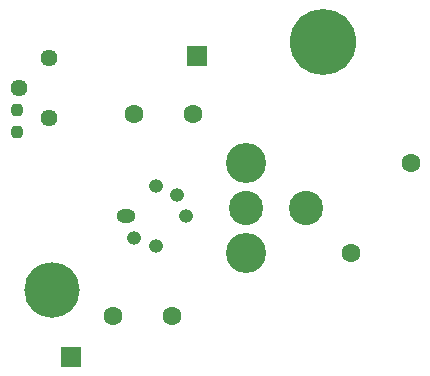
<source format=gbr>
%TF.GenerationSoftware,KiCad,Pcbnew,(6.0.4)*%
%TF.CreationDate,2022-05-05T09:19:18-04:00*%
%TF.ProjectId,preamp,70726561-6d70-42e6-9b69-6361645f7063,rev?*%
%TF.SameCoordinates,Original*%
%TF.FileFunction,Soldermask,Bot*%
%TF.FilePolarity,Negative*%
%FSLAX46Y46*%
G04 Gerber Fmt 4.6, Leading zero omitted, Abs format (unit mm)*
G04 Created by KiCad (PCBNEW (6.0.4)) date 2022-05-05 09:19:18*
%MOMM*%
%LPD*%
G01*
G04 APERTURE LIST*
G04 Aperture macros list*
%AMRoundRect*
0 Rectangle with rounded corners*
0 $1 Rounding radius*
0 $2 $3 $4 $5 $6 $7 $8 $9 X,Y pos of 4 corners*
0 Add a 4 corners polygon primitive as box body*
4,1,4,$2,$3,$4,$5,$6,$7,$8,$9,$2,$3,0*
0 Add four circle primitives for the rounded corners*
1,1,$1+$1,$2,$3*
1,1,$1+$1,$4,$5*
1,1,$1+$1,$6,$7*
1,1,$1+$1,$8,$9*
0 Add four rect primitives between the rounded corners*
20,1,$1+$1,$2,$3,$4,$5,0*
20,1,$1+$1,$4,$5,$6,$7,0*
20,1,$1+$1,$6,$7,$8,$9,0*
20,1,$1+$1,$8,$9,$2,$3,0*%
G04 Aperture macros list end*
%ADD10C,1.600000*%
%ADD11C,5.600000*%
%ADD12C,3.400000*%
%ADD13C,2.900000*%
%ADD14R,1.700000X1.700000*%
%ADD15O,1.600000X1.200000*%
%ADD16O,1.200000X1.200000*%
%ADD17C,4.700000*%
%ADD18C,1.440000*%
%ADD19RoundRect,0.237500X-0.237500X0.250000X-0.237500X-0.250000X0.237500X-0.250000X0.237500X0.250000X0*%
G04 APERTURE END LIST*
D10*
%TO.C,C3*%
X104000000Y-75100000D03*
X109000000Y-75100000D03*
%TD*%
D11*
%TO.C,H2*%
X120000000Y-69000000D03*
%TD*%
D10*
%TO.C,J1*%
X127380000Y-79240000D03*
X122300000Y-86860000D03*
D12*
X113410000Y-86860000D03*
X113410000Y-79240000D03*
D13*
X113410000Y-83050000D03*
X118490000Y-83050000D03*
%TD*%
D14*
%TO.C,TP1*%
X98600000Y-95700000D03*
%TD*%
%TO.C,TP2*%
X109300000Y-70200000D03*
%TD*%
D10*
%TO.C,C1*%
X102200000Y-92200000D03*
X107200000Y-92200000D03*
%TD*%
D15*
%TO.C,Q1*%
X103260000Y-83800000D03*
D16*
X104003949Y-85596051D03*
X105800000Y-86340000D03*
X108340000Y-83800000D03*
X107596051Y-82003949D03*
X105800000Y-81260000D03*
%TD*%
D17*
%TO.C,H1*%
X97000000Y-90000000D03*
%TD*%
D18*
%TO.C,RV1*%
X96750000Y-70350000D03*
X94210000Y-72890000D03*
X96750000Y-75430000D03*
%TD*%
D19*
%TO.C,C2*%
X94100000Y-74787500D03*
X94100000Y-76612500D03*
%TD*%
M02*

</source>
